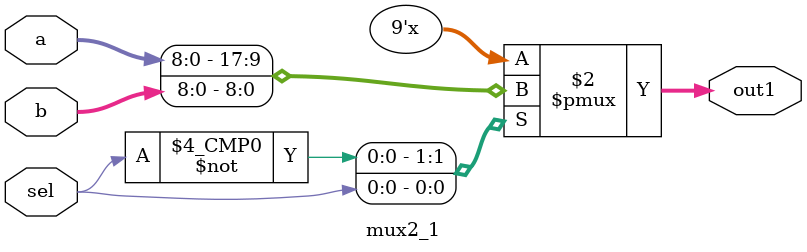
<source format=v>
`timescale 1ns / 1ps


module mux2_1(out1, a, b, sel) ;
    parameter WIDTH = 8;
    output  reg [WIDTH:0] out1;
    input   [WIDTH:0] a, b;
    input   sel;
    always @(sel or a or b)
    begin
        case (sel)
            1'b0 :  out1 = a;
            1'b1 :  out1 = b;
            default;
        endcase
    end
endmodule


</source>
